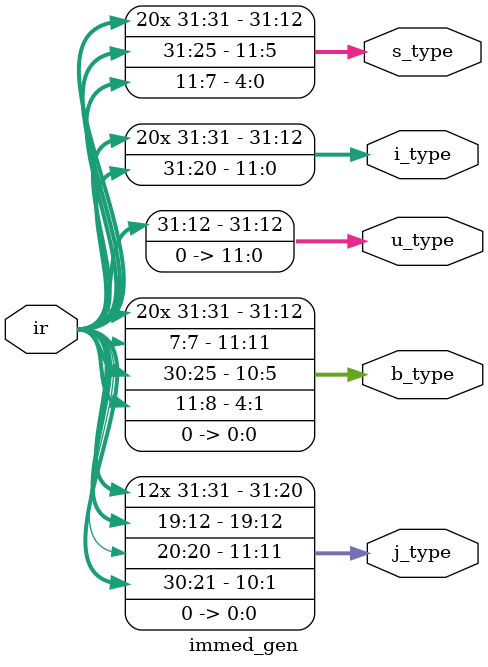
<source format=v>
`timescale 1ns / 1ps


module immed_gen(
        input [31:0] ir,
        output reg [31:0] j_type,
        output reg [31:0] b_type,
        output reg [31:0] u_type,
        output reg [31:0] i_type,
        output reg [31:0] s_type
    );
    
    always @(*) begin
        i_type <= { {21{ir[31]}}, ir[30:25], ir[24:20] };
    
        s_type <= { {21{ir[31]}}, ir[30:25], ir[11:7] };
        
        b_type <= { {20{ir[31]}}, ir[7], ir[30:25], ir[11:8], {1'b0} };
        
        u_type <= { ir[31:12], {12'b0} };
        
        j_type <= { {12{ir[31]}}, ir[19:12], ir[20], ir[30:21], {1'b0} };
    end
    
endmodule

</source>
